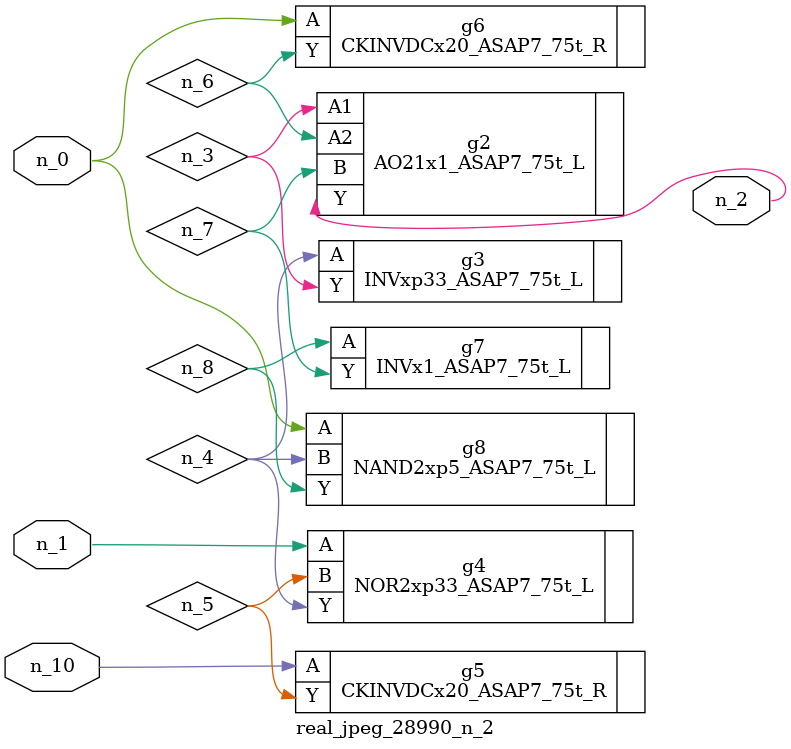
<source format=v>
module real_jpeg_28990_n_2 (n_1, n_10, n_0, n_2);

input n_1;
input n_10;
input n_0;

output n_2;

wire n_5;
wire n_4;
wire n_8;
wire n_6;
wire n_7;
wire n_3;

CKINVDCx20_ASAP7_75t_R g6 ( 
.A(n_0),
.Y(n_6)
);

NAND2xp5_ASAP7_75t_L g8 ( 
.A(n_0),
.B(n_4),
.Y(n_8)
);

NOR2xp33_ASAP7_75t_L g4 ( 
.A(n_1),
.B(n_5),
.Y(n_4)
);

AO21x1_ASAP7_75t_L g2 ( 
.A1(n_3),
.A2(n_6),
.B(n_7),
.Y(n_2)
);

INVxp33_ASAP7_75t_L g3 ( 
.A(n_4),
.Y(n_3)
);

INVx1_ASAP7_75t_L g7 ( 
.A(n_8),
.Y(n_7)
);

CKINVDCx20_ASAP7_75t_R g5 ( 
.A(n_10),
.Y(n_5)
);


endmodule
</source>
